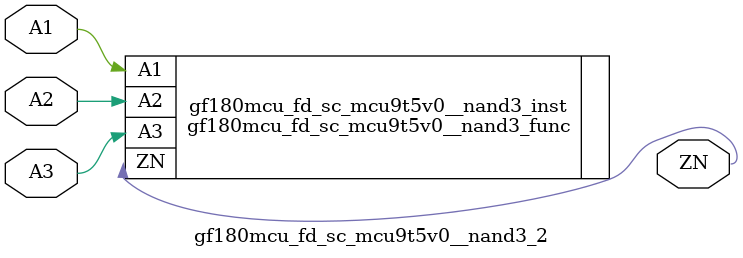
<source format=v>

`ifndef GF180MCU_FD_SC_MCU9T5V0__NAND3_2_V
`define GF180MCU_FD_SC_MCU9T5V0__NAND3_2_V

`include "gf180mcu_fd_sc_mcu9t5v0__nand3.v"

`ifdef USE_POWER_PINS
module gf180mcu_fd_sc_mcu9t5v0__nand3_2( ZN, A3, A2, A1, VDD, VSS );
inout VDD, VSS;
`else // If not USE_POWER_PINS
module gf180mcu_fd_sc_mcu9t5v0__nand3_2( ZN, A3, A2, A1 );
`endif // If not USE_POWER_PINS
input A1, A2, A3;
output ZN;

`ifdef USE_POWER_PINS
  gf180mcu_fd_sc_mcu9t5v0__nand3_func gf180mcu_fd_sc_mcu9t5v0__nand3_inst(.ZN(ZN),.A3(A3),.A2(A2),.A1(A1),.VDD(VDD),.VSS(VSS));
`else // If not USE_POWER_PINS
  gf180mcu_fd_sc_mcu9t5v0__nand3_func gf180mcu_fd_sc_mcu9t5v0__nand3_inst(.ZN(ZN),.A3(A3),.A2(A2),.A1(A1));
`endif // If not USE_POWER_PINS

`ifndef FUNCTIONAL
	// spec_gates_begin


	// spec_gates_end



   specify

	// specify_block_begin

	// comb arc A1 --> ZN
	 (A1 => ZN) = (1.0,1.0);

	// comb arc A2 --> ZN
	 (A2 => ZN) = (1.0,1.0);

	// comb arc A3 --> ZN
	 (A3 => ZN) = (1.0,1.0);

	// specify_block_end

   endspecify

   `endif

endmodule
`endif // GF180MCU_FD_SC_MCU9T5V0__NAND3_2_V

</source>
